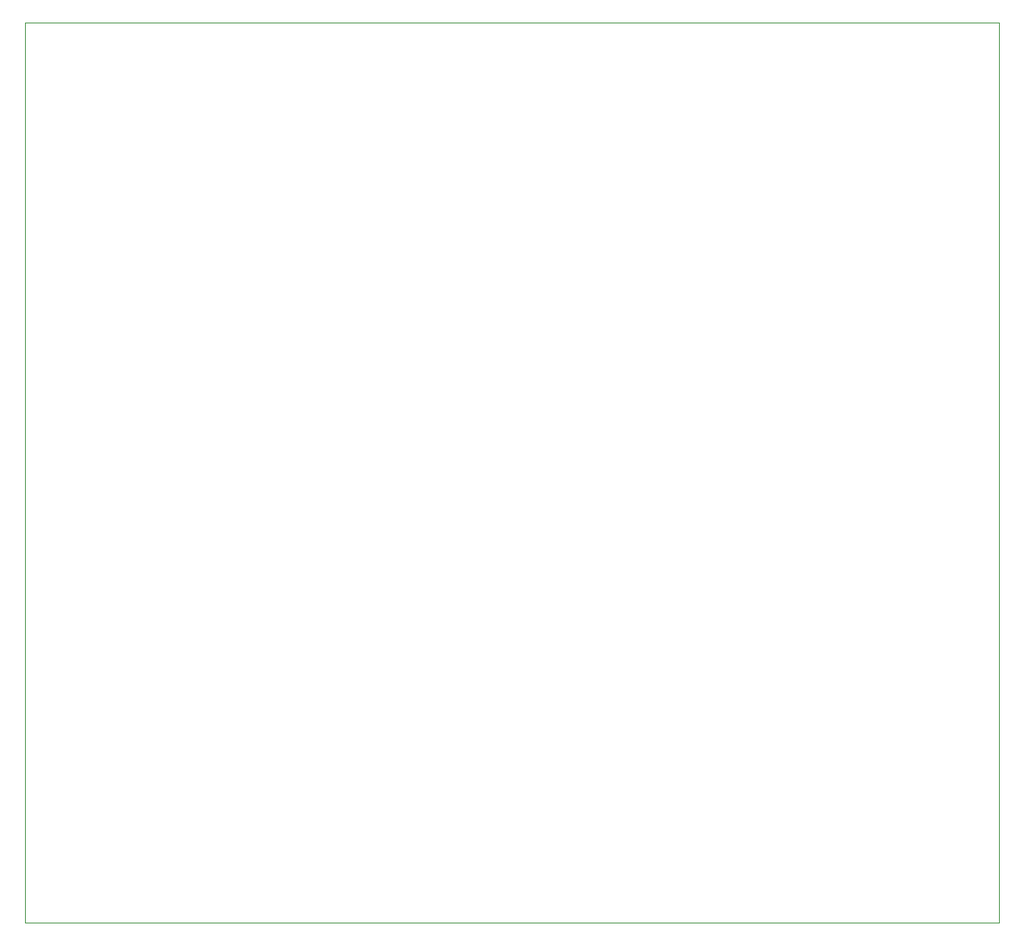
<source format=gbr>
G04 #@! TF.GenerationSoftware,KiCad,Pcbnew,(5.1.4)-1*
G04 #@! TF.CreationDate,2020-01-23T15:54:48-05:00*
G04 #@! TF.ProjectId,PCB_2020,5043425f-3230-4323-902e-6b696361645f,rev?*
G04 #@! TF.SameCoordinates,Original*
G04 #@! TF.FileFunction,Profile,NP*
%FSLAX46Y46*%
G04 Gerber Fmt 4.6, Leading zero omitted, Abs format (unit mm)*
G04 Created by KiCad (PCBNEW (5.1.4)-1) date 2020-01-23 15:54:48*
%MOMM*%
%LPD*%
G04 APERTURE LIST*
%ADD10C,0.100000*%
G04 APERTURE END LIST*
D10*
X95750000Y-46750000D02*
X198000000Y-46750000D01*
X198000000Y-46750000D02*
X198000000Y-141250000D01*
X198000000Y-141250000D02*
X95750000Y-141250000D01*
X95750000Y-141250000D02*
X95750000Y-46750000D01*
M02*

</source>
